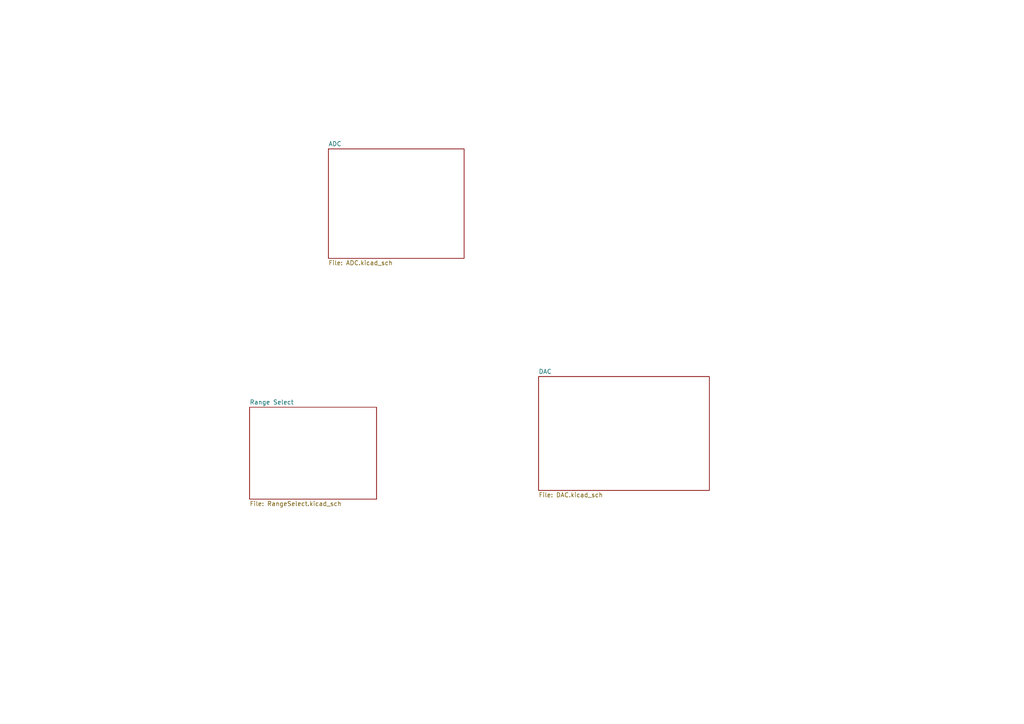
<source format=kicad_sch>
(kicad_sch
	(version 20231120)
	(generator "eeschema")
	(generator_version "8.0")
	(uuid "391a71db-52ad-4bda-9fe4-78067ca365c5")
	(paper "A4")
	(lib_symbols)
	(sheet
		(at 156.21 109.22)
		(size 49.53 33.02)
		(fields_autoplaced yes)
		(stroke
			(width 0.1524)
			(type solid)
		)
		(fill
			(color 0 0 0 0.0000)
		)
		(uuid "01e651d3-a8c0-4266-93b5-7f843d069087")
		(property "Sheetname" "DAC"
			(at 156.21 108.5084 0)
			(effects
				(font
					(size 1.27 1.27)
				)
				(justify left bottom)
			)
		)
		(property "Sheetfile" "DAC.kicad_sch"
			(at 156.21 142.8246 0)
			(effects
				(font
					(size 1.27 1.27)
				)
				(justify left top)
			)
		)
		(instances
			(project "Analog Front End"
				(path "/391a71db-52ad-4bda-9fe4-78067ca365c5"
					(page "3")
				)
			)
		)
	)
	(sheet
		(at 72.39 118.11)
		(size 36.83 26.67)
		(fields_autoplaced yes)
		(stroke
			(width 0.1524)
			(type solid)
		)
		(fill
			(color 0 0 0 0.0000)
		)
		(uuid "505df5e0-d80e-4a5d-b994-1127b2281e2c")
		(property "Sheetname" "Range Select"
			(at 72.39 117.3984 0)
			(effects
				(font
					(size 1.27 1.27)
				)
				(justify left bottom)
			)
		)
		(property "Sheetfile" "RangeSelect.kicad_sch"
			(at 72.39 145.3646 0)
			(effects
				(font
					(size 1.27 1.27)
				)
				(justify left top)
			)
		)
		(instances
			(project "Analog Front End"
				(path "/391a71db-52ad-4bda-9fe4-78067ca365c5"
					(page "4")
				)
			)
		)
	)
	(sheet
		(at 95.25 43.18)
		(size 39.37 31.75)
		(fields_autoplaced yes)
		(stroke
			(width 0.1524)
			(type solid)
		)
		(fill
			(color 0 0 0 0.0000)
		)
		(uuid "e90ae6bf-f19f-48ee-bd8a-3949c3bdc910")
		(property "Sheetname" "ADC"
			(at 95.25 42.4684 0)
			(effects
				(font
					(size 1.27 1.27)
				)
				(justify left bottom)
			)
		)
		(property "Sheetfile" "ADC.kicad_sch"
			(at 95.25 75.5146 0)
			(effects
				(font
					(size 1.27 1.27)
				)
				(justify left top)
			)
		)
		(instances
			(project "Analog Front End"
				(path "/391a71db-52ad-4bda-9fe4-78067ca365c5"
					(page "2")
				)
			)
		)
	)
	(sheet_instances
		(path "/"
			(page "1")
		)
	)
)

</source>
